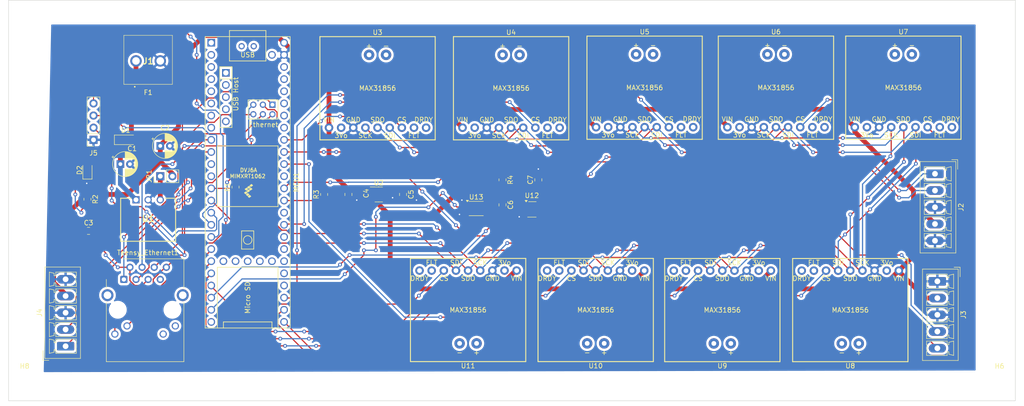
<source format=kicad_pcb>
(kicad_pcb
	(version 20241229)
	(generator "pcbnew")
	(generator_version "9.0")
	(general
		(thickness 1.6)
		(legacy_teardrops no)
	)
	(paper "A4")
	(layers
		(0 "F.Cu" signal)
		(2 "B.Cu" signal)
		(9 "F.Adhes" user "F.Adhesive")
		(11 "B.Adhes" user "B.Adhesive")
		(13 "F.Paste" user)
		(15 "B.Paste" user)
		(5 "F.SilkS" user "F.Silkscreen")
		(7 "B.SilkS" user "B.Silkscreen")
		(1 "F.Mask" user)
		(3 "B.Mask" user)
		(17 "Dwgs.User" user "User.Drawings")
		(19 "Cmts.User" user "User.Comments")
		(21 "Eco1.User" user "User.Eco1")
		(23 "Eco2.User" user "User.Eco2")
		(25 "Edge.Cuts" user)
		(27 "Margin" user)
		(31 "F.CrtYd" user "F.Courtyard")
		(29 "B.CrtYd" user "B.Courtyard")
		(35 "F.Fab" user)
		(33 "B.Fab" user)
		(39 "User.1" user)
		(41 "User.2" user)
		(43 "User.3" user)
		(45 "User.4" user)
		(47 "User.5" user)
		(49 "User.6" user)
		(51 "User.7" user)
		(53 "User.8" user)
		(55 "User.9" user)
	)
	(setup
		(pad_to_mask_clearance 0)
		(allow_soldermask_bridges_in_footprints no)
		(tenting front back)
		(pcbplotparams
			(layerselection 0x00000000_00000000_55555555_5755f5ff)
			(plot_on_all_layers_selection 0x00000000_00000000_00000000_00000000)
			(disableapertmacros no)
			(usegerberextensions no)
			(usegerberattributes yes)
			(usegerberadvancedattributes yes)
			(creategerberjobfile yes)
			(dashed_line_dash_ratio 12.000000)
			(dashed_line_gap_ratio 3.000000)
			(svgprecision 4)
			(plotframeref no)
			(mode 1)
			(useauxorigin no)
			(hpglpennumber 1)
			(hpglpenspeed 20)
			(hpglpendiameter 15.000000)
			(pdf_front_fp_property_popups yes)
			(pdf_back_fp_property_popups yes)
			(pdf_metadata yes)
			(pdf_single_document no)
			(dxfpolygonmode yes)
			(dxfimperialunits yes)
			(dxfusepcbnewfont yes)
			(psnegative no)
			(psa4output no)
			(plot_black_and_white yes)
			(sketchpadsonfab no)
			(plotpadnumbers no)
			(hidednponfab no)
			(sketchdnponfab yes)
			(crossoutdnponfab yes)
			(subtractmaskfromsilk no)
			(outputformat 1)
			(mirror no)
			(drillshape 1)
			(scaleselection 1)
			(outputdirectory "")
		)
	)
	(net 0 "")
	(net 1 "Net-(D1-K)")
	(net 2 "+3.3VA")
	(net 3 "+5V")
	(net 4 "Net-(C3-Pad1)")
	(net 5 "Net-(C3-Pad2)")
	(net 6 "/CS_7")
	(net 7 "Net-(D1-A)")
	(net 8 "Net-(D2-A)")
	(net 9 "Net-(J1-Pin_1)")
	(net 10 "Net-(J2-Pin_1)")
	(net 11 "unconnected-(J2-Pin_2-Pad2)")
	(net 12 "unconnected-(J3-Pin_4-Pad4)")
	(net 13 "unconnected-(J3-Pin_5-Pad5)")
	(net 14 "unconnected-(J4-Pin_1-Pad1)")
	(net 15 "Net-(J5-Pin_2)")
	(net 16 "I2C_SCL")
	(net 17 "I2C_SDA")
	(net 18 "Net-(JP1-A)")
	(net 19 "unconnected-(MCU1-VUSB-Pad49)")
	(net 20 "unconnected-(MCU1-GND-Pad59)")
	(net 21 "unconnected-(MCU1-GND-Pad58)")
	(net 22 "unconnected-(MCU1-D+-Pad57)")
	(net 23 "unconnected-(MCU1-D--Pad56)")
	(net 24 "unconnected-(MCU1-5V-Pad55)")
	(net 25 "+3.3V")
	(net 26 "unconnected-(MCU1-23_A9_CRX1_MCLK1-Pad45)")
	(net 27 "unconnected-(MCU1-22_A8_CTX1-Pad44)")
	(net 28 "unconnected-(MCU1-21_A7_RX5_BCLK1-Pad43)")
	(net 29 "unconnected-(MCU1-20_A6_TX5_LRCLK1-Pad42)")
	(net 30 "unconnected-(MCU1-19_A5_SCL-Pad41)")
	(net 31 "/CS_3")
	(net 32 "Net-(MCU1-13_SCK_LED)")
	(net 33 "unconnected-(MCU1-GND-Pad1)")
	(net 34 "unconnected-(MCU1-0_RX1_CRX2_CS1-Pad2)")
	(net 35 "unconnected-(MCU1-1_TX1_CTX2_MISO1-Pad3)")
	(net 36 "unconnected-(MCU1-2_OUT2-Pad4)")
	(net 37 "unconnected-(MCU1-3_LRCLK2-Pad5)")
	(net 38 "unconnected-(MCU1-4_BCLK2-Pad6)")
	(net 39 "unconnected-(MCU1-5_IN2-Pad7)")
	(net 40 "unconnected-(MCU1-6_OUT1D-Pad8)")
	(net 41 "unconnected-(MCU1-9_OUT1C-Pad11)")
	(net 42 "unconnected-(MCU1-10_CS_MQSR-Pad12)")
	(net 43 "Net-(MCU1-11_MOSI_CTX1)")
	(net 44 "unconnected-(MCU1-GND-Pad34)")
	(net 45 "/CS_2")
	(net 46 "Net-(U13A-Cext)")
	(net 47 "unconnected-(MCU1-36_CS-Pad28)")
	(net 48 "unconnected-(MCU1-37_CS-Pad29)")
	(net 49 "unconnected-(MCU1-38_CS1_IN1-Pad30)")
	(net 50 "unconnected-(MCU1-39_MISO1_OUT1A-Pad31)")
	(net 51 "/CS_1")
	(net 52 "/CS_4")
	(net 53 "/CS_5")
	(net 54 "unconnected-(MCU1-32_OUT1B-Pad24)")
	(net 55 "unconnected-(MCU1-31_CTX3-Pad23)")
	(net 56 "unconnected-(MCU1-15_A1_RX3_SPDIF_IN-Pad37)")
	(net 57 "unconnected-(MCU1-40_A16-Pad32)")
	(net 58 "/SDO")
	(net 59 "/CS_8")
	(net 60 "unconnected-(U8-FLT-Pad8)")
	(net 61 "/CS_6")
	(net 62 "Net-(MCU1-R+)")
	(net 63 "Net-(MCU1-R-)")
	(net 64 "Net-(MCU1-LED)")
	(net 65 "Net-(MCU1-T+)")
	(net 66 "Net-(MCU1-T-)")
	(net 67 "unconnected-(MCU1-VBAT-Pad50)")
	(net 68 "unconnected-(MCU1-3V3-Pad51)")
	(net 69 "unconnected-(MCU1-GND-Pad52)")
	(net 70 "unconnected-(MCU1-PROGRAM-Pad53)")
	(net 71 "unconnected-(MCU1-ON_OFF-Pad54)")
	(net 72 "unconnected-(MCU1-D+-Pad67)")
	(net 73 "unconnected-(MCU1-D--Pad66)")
	(net 74 "/SDI")
	(net 75 "/CLK")
	(net 76 "unconnected-(Teensy_Ethernet1-Pad7)")
	(net 77 "unconnected-(Teensy_Ethernet1-Pad11)")
	(net 78 "unconnected-(Teensy_Ethernet1-Pad12)")
	(net 79 "unconnected-(U2-NC-Pad4)")
	(net 80 "unconnected-(U3-3vo-Pad2)")
	(net 81 "unconnected-(U3-FLT-Pad8)")
	(net 82 "unconnected-(U3-DRDY-Pad9)")
	(net 83 "unconnected-(U3---Pad10)")
	(net 84 "unconnected-(U3-+-Pad11)")
	(net 85 "unconnected-(U4-3vo-Pad2)")
	(net 86 "unconnected-(U4-FLT-Pad8)")
	(net 87 "unconnected-(U4-DRDY-Pad9)")
	(net 88 "unconnected-(U4---Pad10)")
	(net 89 "unconnected-(U4-+-Pad11)")
	(net 90 "unconnected-(U5-FLT-Pad8)")
	(net 91 "unconnected-(U5-DRDY-Pad9)")
	(net 92 "unconnected-(U5---Pad10)")
	(net 93 "unconnected-(U5-+-Pad11)")
	(net 94 "unconnected-(U6-3vo-Pad2)")
	(net 95 "unconnected-(U6-FLT-Pad8)")
	(net 96 "unconnected-(U6-DRDY-Pad9)")
	(net 97 "unconnected-(U6---Pad10)")
	(net 98 "unconnected-(U6-+-Pad11)")
	(net 99 "unconnected-(U7-3vo-Pad2)")
	(net 100 "unconnected-(U7-FLT-Pad8)")
	(net 101 "unconnected-(U7-DRDY-Pad9)")
	(net 102 "unconnected-(U7---Pad10)")
	(net 103 "unconnected-(U7-+-Pad11)")
	(net 104 "unconnected-(J4-Pin_2-Pad2)")
	(net 105 "GND")
	(net 106 "Net-(U13A-RCext)")
	(net 107 "/CS_9")
	(net 108 "unconnected-(U5-3vo-Pad2)")
	(net 109 "Net-(U13A-Q)")
	(net 110 "/SSR Control")
	(net 111 "unconnected-(U8-3vo-Pad2)")
	(net 112 "unconnected-(U8---Pad10)")
	(net 113 "unconnected-(U8-+-Pad11)")
	(net 114 "unconnected-(U8-DRDY-Pad9)")
	(net 115 "unconnected-(U9-+-Pad11)")
	(net 116 "unconnected-(U9-DRDY-Pad9)")
	(net 117 "unconnected-(U9---Pad10)")
	(net 118 "unconnected-(U9-FLT-Pad8)")
	(net 119 "unconnected-(U9-3vo-Pad2)")
	(net 120 "unconnected-(U10-DRDY-Pad9)")
	(net 121 "unconnected-(U10---Pad10)")
	(net 122 "unconnected-(U10-+-Pad11)")
	(net 123 "unconnected-(U10-3vo-Pad2)")
	(net 124 "unconnected-(U10-FLT-Pad8)")
	(net 125 "unconnected-(U11-+-Pad11)")
	(net 126 "unconnected-(U11-3vo-Pad2)")
	(net 127 "unconnected-(U11---Pad10)")
	(net 128 "unconnected-(U11-DRDY-Pad9)")
	(net 129 "unconnected-(U11-FLT-Pad8)")
	(footprint "Connector_Phoenix_MC:PhoenixContact_MCV_1,5_5-G-3.5_1x05_P3.50mm_Vertical" (layer "F.Cu") (at 235 102 -90))
	(footprint "Resistor_SMD:R_0805_2012Metric_Pad1.20x1.40mm_HandSolder" (layer "F.Cu") (at 106.68 83.82 90))
	(footprint "adafruitMAX31856:MAX31856" (layer "F.Cu") (at 227.88 61.485))
	(footprint "MountingHole:MountingHole_3.2mm_M3_DIN965" (layer "F.Cu") (at 44 123.5))
	(footprint "Capacitor_SMD:C_0805_2012Metric_Pad1.18x1.45mm_HandSolder" (layer "F.Cu") (at 123.19 83.82 -90))
	(footprint "Resistor_SMD:R_0805_2012Metric_Pad1.20x1.40mm_HandSolder" (layer "F.Cu") (at 57.15 84.82 -90))
	(footprint "Teensy41:Teensy41" (layer "F.Cu") (at 90.678 81.28 -90))
	(footprint "Package_TO_SOT_SMD:SOT-23-5" (layer "F.Cu") (at 118.11 83.82))
	(footprint "Capacitor_THT:CP_Radial_D5.0mm_P2.00mm" (layer "F.Cu") (at 64.04 77.47))
	(footprint "adafruitMAX31856:MAX31856" (layer "F.Cu") (at 136.800342 108 180))
	(footprint "MountingHole:MountingHole_3.2mm_M3_DIN965" (layer "F.Cu") (at 248 46.5))
	(footprint "adafruitMAX31856:MAX31856" (layer "F.Cu") (at 163.5 108 180))
	(footprint "MeanWell-DC-DC:N78051C" (layer "F.Cu") (at 67.31 84.935))
	(footprint "Connector_PinHeader_2.54mm:PinHeader_1x02_P2.54mm_Vertical" (layer "F.Cu") (at 72.39 80.01 90))
	(footprint "Connector_Phoenix_MC:PhoenixContact_MCV_1,5_5-G-3.5_1x05_P3.50mm_Vertical" (layer "F.Cu") (at 234.5 79.5 -90))
	(footprint "adafruitMAX31856:MAX31856" (layer "F.Cu") (at 216.778 108.015 180))
	(footprint "Capacitor_THT:CP_Radial_D5.0mm_P2.00mm" (layer "F.Cu") (at 72.39 73.66))
	(footprint "adafruitMAX31856:MAX31856"
		(layer "F.Cu")
		(uuid "5c245c08-1715-4420-9084-1402bf276012")
		(at 145.796 61.595)
		(property "Reference" "U4"
			(at 0 -11.684 0)
			(layer "F.SilkS")
			(uuid "6bd2b9b8-a4a7-40ac-898f-8b64c8919149")
			(effects
				(font
					(size 1 1)
					(thickness 0.15)
				)
			)
		)
		(property "Value" "thermo_max31856"
			(at 0 11.938 0)
			(layer "F.Fab")
			(uuid "755ac377-371f-4fe9-999c-6552dc86d126")
			(effects
				(font
					(size 1 1)
					(thickness 0.15)
				)
			)
		)
		(property "Datasheet" ""
			(at 0 0 0)
			(layer "F.Fab")
			(hide yes)
			(uuid "aafd6ff5-27d2-4d5a-b011-4cbac0df3ccd")
			(effects
				(font
					(size 1.27 1.27)
					(thickness 0.15)
				)
			)
		)
		(property "Description" ""
			(at 0 0 0)
			(layer "F.Fab")
			(hide yes)
			(uuid "3a31ba21-970d-4e0b-a5aa-456df344ef2b")
			(effects
				(font
					(size 1.27 1.27)
					(thickness 0.15)
				)
			)
		)
		(path "/498a6966-d1f0-46d1-9bee-36316f5e4ab7")
		(sheetname "/")
		(sheetfile "TeensyHumTC_baily.kicad_sch")
		(attr through_hole)
		(fp_line
			(start -12.065 -10.795)
			(end -12.065 10.795)
			(stroke
				(width 0.2032)
				(type solid)
			)
			(layer "F.SilkS")
			(uuid "abde0f8d-11fc-4d38-8aec-b0471f583317")
		)
		(fp_line
			(start -12.065 -10.795)
			(end 12.065 -10.795)
			(stroke
				(width 0.2032)
				(type solid)
			)
			(layer "F.SilkS")
			(uuid "26806f8d-e826-4d60-9350-7f9fe6139ea6")
		)
		(fp_line
			(start -12.065 10.795)
			(end 12.065 10.795)
			(stroke
				(width 0.2032)
				(type solid)
			)
			(layer "F.SilkS")
			(uuid "5a18e268-aca2-4e3d-9ee1-6c1f103a9938")
		)
		(fp_line
			(start 12.065 -10.795)
			(end 12.065 10.795)
			(stroke
				(width 0.2032)
				(type solid)
			)
			(layer "F.SilkS")
			(uuid "8d8ee1db-9d74-4ecf-b030-c3389271f75c")
		)
		(fp_line
			(start -12.065 -10.795)
			(end -12.065 10.795)
			(stroke
				(width 0.1016)
				(type solid)
			)
			(layer "F.Fab")
			(uuid "75dc4cf9-0368-4503-92db-647d1fa31021")
		)
		(fp_line
			(start -12.065 -10.795)
			(end 12.065 -10.795)
			(stroke
				(width 0.1016)
				(type solid)
			)
			(layer "F.Fab")
			(uuid "a32ad412-f2c1-4422-9fb8-24f92e213a30")
		)
		(fp_line
			(start -12.065 10.795)
			(end 12.065 10.795)
			(stroke
				(width 0.1016)
				(type solid)
			)
			(layer "F.Fab")
			(uuid "0462aa91-6c39-4b53-baa7-5465fa050511")
		)
		(fp_line
			(start 12.065 -10.795)
			(end 12.065 10.795)
			(stroke
				(width 0.1016)
				(type solid)
			)
			(layer "F.Fab")
			(uuid "9ffbc675-125e-4741-8c0f-e4c0459156c5")
		)
		(fp_text user "GND"
			(at -5.08 6.6
... [661101 chars truncated]
</source>
